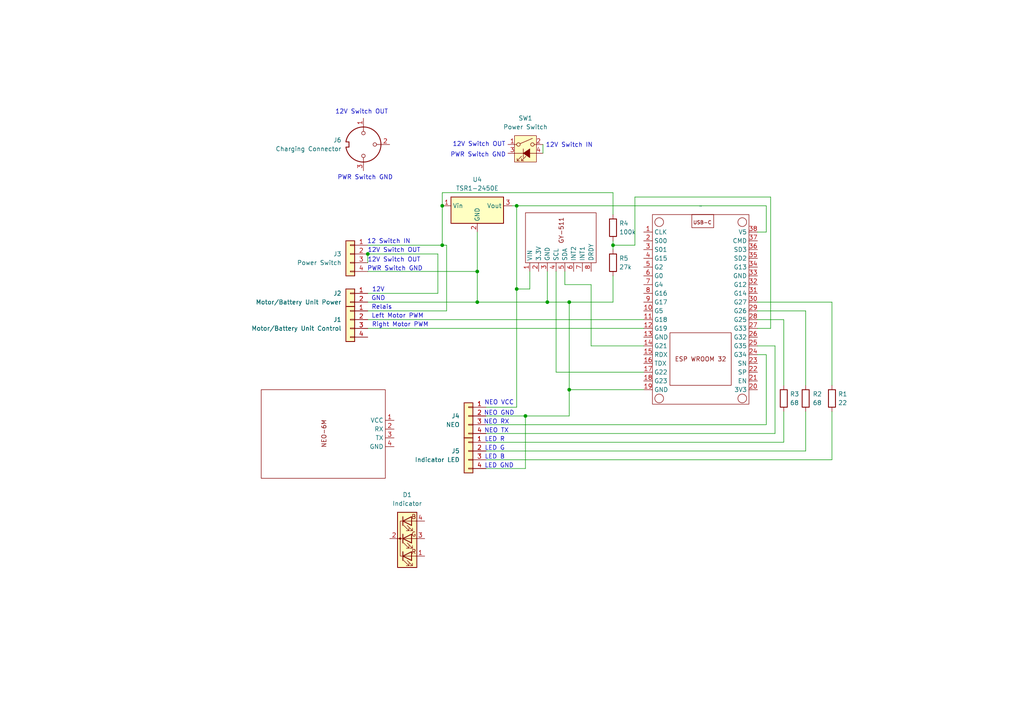
<source format=kicad_sch>
(kicad_sch (version 20250114) (generator "eeschema") (generator_version "9.0")
  (paper "A4")
  (lib_symbols
    (symbol "Connector:DIN-3" (pin_names (offset 1.016))
      (property "Reference" "J" (at 3.302 6.35 0))
      (property "Value" "DIN-3" (at 0 -6.35 0))
      (symbol "DIN-3_0_1"
        (polyline (pts (xy -3.81 0) (xy -5.08 0)))
        (circle (center -3.302 0) (radius 0.508))
        (polyline (pts (xy -0.762 -4.953) (xy -0.762 -4.191) (xy 0.762 -4.191) (xy 0.762 -4.953)) (stroke (width 0.254)))
        (arc (start 5.08 0) (mid 3.8673 -3.3444) (end 0.762 -5.08) (stroke (width 0.254)))
        (polyline (pts (xy 0 3.81) (xy 0 5.08)))
        (circle (center 0 3.302) (radius 0.508))
        (arc (start -5.08 0) (mid 0 5.0579) (end 5.08 0) (stroke (width 0.254)))
        (arc (start -0.762 -5.08) (mid -3.8597 -3.3379) (end -5.08 0) (stroke (width 0.254)))
        (circle (center 3.302 0) (radius 0.508))
        (polyline (pts (xy 5.08 0) (xy 3.81 0)))
      )
      (symbol "DIN-3_1_1"
        (pin passive line (at -7.62 0 0) (length 2.54) (name "~") (number "1"))
        (pin passive line (at 0 7.62 270) (length 2.54) (name "~") (number "2"))
        (pin passive line (at 7.62 0 180) (length 2.54) (name "~") (number "3"))
      )
    )
    (symbol "Connector_Generic:Conn_01x02" (pin_names (offset 1.016) (hide yes))
      (property "Reference" "J" (at 0 2.54 0))
      (property "Value" "Conn_01x02" (at 0 -5.08 0))
      (symbol "Conn_01x02_1_1"
        (rectangle (start -1.27 1.27) (end 1.27 -3.81) (stroke (width 0.254)) (fill (type background)))
        (rectangle (start -1.27 0.127) (end 0 -0.127) (stroke (width 0.1524)))
        (rectangle (start -1.27 -2.413) (end 0 -2.667) (stroke (width 0.1524)))
        (pin passive line (at -5.08 0 0) (length 3.81) (name "Pin_1") (number "1"))
        (pin passive line (at -5.08 -2.54 0) (length 3.81) (name "Pin_2") (number "2"))
      )
    )
    (symbol "Connector_Generic:Conn_01x04" (pin_names (offset 1.016) (hide yes))
      (property "Reference" "J" (at 0 5.08 0))
      (property "Value" "Conn_01x04" (at 0 -7.62 0))
      (symbol "Conn_01x04_1_1"
        (rectangle (start -1.27 3.81) (end 1.27 -6.35) (stroke (width 0.254)) (fill (type background)))
        (rectangle (start -1.27 2.667) (end 0 2.413) (stroke (width 0.1524)))
        (rectangle (start -1.27 0.127) (end 0 -0.127) (stroke (width 0.1524)))
        (rectangle (start -1.27 -2.413) (end 0 -2.667) (stroke (width 0.1524)))
        (rectangle (start -1.27 -4.953) (end 0 -5.207) (stroke (width 0.1524)))
        (pin passive line (at -5.08 2.54 0) (length 3.81) (name "Pin_1") (number "1"))
        (pin passive line (at -5.08 0 0) (length 3.81) (name "Pin_2") (number "2"))
        (pin passive line (at -5.08 -2.54 0) (length 3.81) (name "Pin_3") (number "3"))
        (pin passive line (at -5.08 -5.08 0) (length 3.81) (name "Pin_4") (number "4"))
      )
    )
    (symbol "Device:LED_RKGB" (pin_names (offset 0) (hide yes))
      (property "Reference" "D" (at 0 9.398 0))
      (property "Value" "LED_RKGB" (at 0 -8.89 0))
      (symbol "LED_RKGB_0_0"
        (text "R" (at 1.905 3.81 0) (effects (font (size 1.27 1.27))))
        (text "G" (at 1.905 -1.27 0) (effects (font (size 1.27 1.27))))
        (text "B" (at 1.905 -6.35 0) (effects (font (size 1.27 1.27))))
      )
      (symbol "LED_RKGB_0_1"
        (circle (center -2.032 0) (radius 0.254) (fill (type outline)))
        (polyline (pts (xy -1.27 6.35) (xy -1.27 3.81)) (stroke (width 0.254)))
        (polyline (pts (xy -1.27 6.35) (xy -1.27 3.81) (xy -1.27 3.81)))
        (polyline (pts (xy -1.27 5.08) (xy 1.27 5.08)))
        (polyline (pts (xy -1.27 5.08) (xy -2.032 5.08) (xy -2.032 -5.08) (xy -1.016 -5.08)))
        (polyline (pts (xy -1.27 1.27) (xy -1.27 -1.27)) (stroke (width 0.254)))
        (polyline (pts (xy -1.27 1.27) (xy -1.27 -1.27) (xy -1.27 -1.27)))
        (polyline (pts (xy -1.27 0) (xy -2.54 0)))
        (polyline (pts (xy -1.27 -3.81) (xy -1.27 -6.35)) (stroke (width 0.254)))
        (polyline (pts (xy -1.27 -5.08) (xy 1.27 -5.08)))
        (polyline (pts (xy -1.016 6.35) (xy 0.508 7.874) (xy -0.254 7.874) (xy 0.508 7.874) (xy 0.508 7.112)))
        (polyline (pts (xy -1.016 1.27) (xy 0.508 2.794) (xy -0.254 2.794) (xy 0.508 2.794) (xy 0.508 2.032)))
        (polyline (pts (xy -1.016 -3.81) (xy 0.508 -2.286) (xy -0.254 -2.286) (xy 0.508 -2.286) (xy 0.508 -3.048)))
        (polyline (pts (xy 0 6.35) (xy 1.524 7.874) (xy 0.762 7.874) (xy 1.524 7.874) (xy 1.524 7.112)))
        (polyline (pts (xy 0 1.27) (xy 1.524 2.794) (xy 0.762 2.794) (xy 1.524 2.794) (xy 1.524 2.032)))
        (polyline (pts (xy 0 -3.81) (xy 1.524 -2.286) (xy 0.762 -2.286) (xy 1.524 -2.286) (xy 1.524 -3.048)))
        (polyline (pts (xy 1.27 6.35) (xy 1.27 3.81) (xy -1.27 5.08) (xy 1.27 6.35)) (stroke (width 0.254)))
        (rectangle (start 1.27 6.35) (end 1.27 6.35))
        (polyline (pts (xy 1.27 5.08) (xy 2.54 5.08)))
        (rectangle (start 1.27 3.81) (end 1.27 6.35))
        (polyline (pts (xy 1.27 1.27) (xy 1.27 -1.27) (xy -1.27 0) (xy 1.27 1.27)) (stroke (width 0.254)))
        (rectangle (start 1.27 1.27) (end 1.27 1.27))
        (polyline (pts (xy 1.27 0) (xy -1.27 0)))
        (polyline (pts (xy 1.27 0) (xy 2.54 0)))
        (rectangle (start 1.27 -1.27) (end 1.27 1.27))
        (polyline (pts (xy 1.27 -3.81) (xy 1.27 -6.35) (xy -1.27 -5.08) (xy 1.27 -3.81)) (stroke (width 0.254)))
        (polyline (pts (xy 1.27 -5.08) (xy 2.54 -5.08)))
        (rectangle (start 2.794 8.382) (end -2.794 -7.62) (stroke (width 0.254)) (fill (type background)))
      )
      (symbol "LED_RKGB_1_1"
        (pin passive line (at -5.08 0 0) (length 2.54) (name "K") (number "2"))
        (pin passive line (at 5.08 5.08 180) (length 2.54) (name "RA") (number "1"))
        (pin passive line (at 5.08 0 180) (length 2.54) (name "GA") (number "3"))
        (pin passive line (at 5.08 -5.08 180) (length 2.54) (name "BA") (number "4"))
      )
    )
    (symbol "Device:R" (pin_numbers (hide yes)) (pin_names (offset 0))
      (property "Reference" "R" (at 2.032 0 90))
      (property "Value" "R" (at 0 0 90))
      (symbol "R_0_1"
        (rectangle (start -1.016 -2.54) (end 1.016 2.54) (stroke (width 0.254)))
      )
      (symbol "R_1_1"
        (pin passive line (at 0 3.81 270) (length 1.27) (name "~") (number "1"))
        (pin passive line (at 0 -3.81 90) (length 1.27) (name "~") (number "2"))
      )
    )
    (symbol "My Symbols:GY-511"
      (symbol "GY-511_0_0"
        (pin unspecified line (at 0 17.78 180) (length 2.54) (name "DRDY") (number "8"))
        (pin unspecified line (at 0 15.24 180) (length 2.54) (name "INT1") (number "7"))
        (pin unspecified line (at 0 12.7 180) (length 2.54) (name "INT2") (number "6"))
        (pin unspecified line (at 0 10.16 180) (length 2.54) (name "SDA") (number "5"))
        (pin unspecified line (at 0 7.62 180) (length 2.54) (name "SCL") (number "4"))
        (pin unspecified line (at 0 5.08 180) (length 2.54) (name "GND") (number "3"))
        (pin unspecified line (at 0 2.54 180) (length 2.54) (name "3.3V") (number "2"))
        (pin unspecified line (at 0 0 180) (length 2.54) (name "VIN") (number "1"))
      )
      (symbol "GY-511_0_1"
        (rectangle (start -17.0287 19.244) (end -2.5287 -1.256))
      )
      (symbol "GY-511_1_1"
        (text "GY-511" (at -11.938 9.144 0) (effects (font (size 1.27 1.27))))
      )
    )
    (symbol "My Symbols:NEO-6M"
      (symbol "NEO-6M_0_0"
        (pin unspecified line (at 0 0 270) (length 2.54) (name "VCC") (number "1"))
        (pin unspecified line (at 2.54 0 270) (length 2.54) (name "RX") (number "2"))
        (pin unspecified line (at 5.08 0 270) (length 2.54) (name "TX") (number "3"))
        (pin unspecified line (at 7.62 0 270) (length 2.54) (name "GND") (number "4"))
      )
      (symbol "NEO-6M_0_1"
        (rectangle (start -8.89 -2.54) (end 16.81 -38.54))
      )
      (symbol "NEO-6M_1_1"
        (text "NEO-6M" (at 3.81 -20.32 0) (effects (font (size 1.27 1.27))))
      )
    )
    (symbol "New_Library:ESP_WROOM_32_Module"
      (symbol "ESP_WROOM_32_Module_0_0"
        (pin unspecified line (at 0 45.72 0) (length 2.54) (name "CLK") (number "1"))
        (pin unspecified line (at 0 43.18 0) (length 2.54) (name "S00") (number "2"))
        (pin unspecified line (at 0 40.64 0) (length 2.54) (name "S01") (number "3"))
        (pin unspecified line (at 0 38.1 0) (length 2.54) (name "G15") (number "4"))
        (pin unspecified line (at 0 35.56 0) (length 2.54) (name "G2") (number "5"))
        (pin unspecified line (at 0 33.02 0) (length 2.54) (name "G0") (number "6"))
        (pin unspecified line (at 0 30.48 0) (length 2.54) (name "G4") (number "7"))
        (pin unspecified line (at 0 27.94 0) (length 2.54) (name "G16") (number "8"))
        (pin unspecified line (at 0 25.4 0) (length 2.54) (name "G17") (number "9"))
        (pin unspecified line (at 0 22.86 0) (length 2.54) (name "G5") (number "10"))
        (pin unspecified line (at 0 20.32 0) (length 2.54) (name "G18") (number "11"))
        (pin unspecified line (at 0 17.78 0) (length 2.54) (name "G19") (number "12"))
        (pin passive line (at 0 15.24 0) (length 2.54) (name "GND") (number "13"))
        (pin unspecified line (at 0 12.7 0) (length 2.54) (name "G21") (number "14"))
        (pin unspecified line (at 0 10.16 0) (length 2.54) (name "RDX") (number "15"))
        (pin unspecified line (at 0 7.62 0) (length 2.54) (name "TDX") (number "16"))
        (pin unspecified line (at 0 5.08 0) (length 2.54) (name "G22") (number "17"))
        (pin unspecified line (at 0 2.54 0) (length 2.54) (name "G23") (number "18"))
        (pin passive line (at 0 0 0) (length 2.54) (name "GND") (number "19"))
        (pin power_in line (at 33.02 45.72 180) (length 2.54) (name "V5") (number "38"))
        (pin unspecified line (at 33.02 43.18 180) (length 2.54) (name "CMD") (number "37"))
        (pin unspecified line (at 33.02 40.64 180) (length 2.54) (name "SD3") (number "36"))
        (pin unspecified line (at 33.02 38.1 180) (length 2.54) (name "SD2") (number "35"))
        (pin unspecified line (at 33.02 35.56 180) (length 2.54) (name "G13") (number "34"))
        (pin passive line (at 33.02 33.02 180) (length 2.54) (name "GND") (number "33"))
        (pin unspecified line (at 33.02 30.48 180) (length 2.54) (name "G12") (number "32"))
        (pin unspecified line (at 33.02 27.94 180) (length 2.54) (name "G14") (number "31"))
        (pin unspecified line (at 33.02 25.4 180) (length 2.54) (name "G27") (number "30"))
        (pin unspecified line (at 33.02 22.86 180) (length 2.54) (name "G26") (number "29"))
        (pin unspecified line (at 33.02 20.32 180) (length 2.54) (name "G25") (number "28"))
        (pin unspecified line (at 33.02 17.78 180) (length 2.54) (name "G33") (number "27"))
        (pin unspecified line (at 33.02 15.24 180) (length 2.54) (name "G32") (number "26"))
        (pin unspecified line (at 33.02 12.7 180) (length 2.54) (name "G35") (number "25"))
        (pin unspecified line (at 33.02 10.16 180) (length 2.54) (name "G34") (number "24"))
        (pin unspecified line (at 33.02 7.62 180) (length 2.54) (name "SN") (number "23"))
        (pin unspecified line (at 33.02 5.08 180) (length 2.54) (name "SP") (number "22"))
        (pin unspecified line (at 33.02 2.54 180) (length 2.54) (name "EN") (number "21"))
        (pin power_in line (at 33.02 0 180) (length 2.54) (name "3V3") (number "20"))
      )
      (symbol "ESP_WROOM_32_Module_0_1"
        (rectangle (start 2.54 50.8) (end 30.54 -4.2))
        (circle (center 4.5 48.6) (radius 1.27))
        (circle (center 4.5 -2.54) (radius 1.27))
        (rectangle (start 7.62 16.51) (end 25.4 1.27))
        (rectangle (start 13.97 50.8) (end 20.32 46.99))
        (circle (center 28.6 48.6) (radius 1.27))
        (circle (center 28.6 -2.54) (radius 1.27))
      )
      (symbol "ESP_WROOM_32_Module_1_1"
        (text "ESP WROOM 32" (at 16.51 8.89 0) (effects (font (size 1.27 1.27))))
        (text "USB-C" (at 17.018 48.514 0) (effects (font (size 1 1))))
      )
    )
    (symbol "Regulator_Switching:TSR1-2450E"
      (property "Reference" "U" (at -7.62 6.35 0))
      (property "Value" "TSR1-2450E" (at -3.81 6.35 0))
      (symbol "TSR1-2450E_0_1"
        (rectangle (start -7.62 5.08) (end 7.62 -2.54) (stroke (width 0.254)) (fill (type background)))
      )
      (symbol "TSR1-2450E_1_1"
        (pin power_in line (at -10.16 2.54 0) (length 2.54) (name "Vin") (number "1"))
        (pin power_in line (at 0 -5.08 90) (length 2.54) (name "GND") (number "2"))
        (pin power_out line (at 10.16 2.54 180) (length 2.54) (name "Vout") (number "3"))
      )
    )
    (symbol "Switch:SW_SPST_LED" (pin_names (offset 1.016) (hide yes))
      (property "Reference" "SW" (at 0 6.35 0))
      (property "Value" "SW_SPST_LED" (at 0 -3.81 0))
      (symbol "SW_SPST_LED_0_0"
        (polyline (pts (xy -2.54 0) (xy 2.54 0)))
        (polyline (pts (xy -2.413 -1.524) (xy -2.413 -2.159) (xy -1.778 -2.159)))
        (polyline (pts (xy -2.413 -2.159) (xy -1.143 -0.889)))
        (polyline (pts (xy -1.143 -1.524) (xy -1.143 -2.159) (xy -0.508 -2.159)))
        (polyline (pts (xy -1.143 -2.159) (xy 0.127 -0.889)))
        (polyline (pts (xy -0.635 1.27) (xy -0.635 -1.27)))
        (polyline (pts (xy -0.635 0) (xy 1.27 1.27) (xy 1.27 -1.27) (xy -0.635 0)) (fill (type outline)))
      )
      (symbol "SW_SPST_LED_0_1"
        (circle (center -2.032 2.54) (radius 0.508))
        (polyline (pts (xy -1.524 2.794) (xy 2.032 4.318)))
        (circle (center 2.032 2.54) (radius 0.508))
        (pin passive line (at -5.08 2.54 0) (length 2.54) (name "1") (number "1"))
        (pin passive line (at -5.08 0 0) (length 2.54) (name "K") (number "3"))
        (pin passive line (at 5.08 2.54 180) (length 2.54) (name "2") (number "2"))
        (pin passive line (at 5.08 0 180) (length 2.54) (name "A") (number "4"))
      )
      (symbol "SW_SPST_LED_1_1"
        (rectangle (start -3.175 5.08) (end 3.175 -2.54) (fill (type background)))
      )
    )
  )
  (text "NEO TX" (at 144.018 124.968 0) (effects (font (size 1.27 1.27))))
  (text "PWR Switch GND" (at 105.918 51.562 0) (effects (font (size 1.27 1.27))))
  (text "GND" (at 109.728 86.614 0) (effects (font (size 1.27 1.27))))
  (text "PWR Switch GND" (at 138.684 44.958 0) (effects (font (size 1.27 1.27))))
  (text "Relais" (at 110.744 89.154 0) (effects (font (size 1.27 1.27))))
  (text "Right Motor PWM" (at 116.078 94.234 0) (effects (font (size 1.27 1.27))))
  (text "12V Switch OUT" (at 138.938 41.91 0) (effects (font (size 1.27 1.27))))
  (text "12V Switch OUT" (at 114.3 75.438 0) (effects (font (size 1.27 1.27))))
  (text "12V Switch OUT" (at 114.3 72.644 0) (effects (font (size 1.27 1.27))))
  (text "NEO VCC" (at 144.78 116.84 0) (effects (font (size 1.27 1.27))))
  (text "NEO RX" (at 144.018 122.428 0) (effects (font (size 1.27 1.27))))
  (text "PWR Switch GND" (at 114.554 77.978 0) (effects (font (size 1.27 1.27))))
  (text "LED G" (at 143.51 130.048 0) (effects (font (size 1.27 1.27))))
  (text "Left Motor PWM" (at 115.316 91.694 0) (effects (font (size 1.27 1.27))))
  (text "12V Switch OUT" (at 104.902 32.512 0) (effects (font (size 1.27 1.27))))
  (text "12V Switch IN" (at 165.1 42.164 0) (effects (font (size 1.27 1.27))))
  (text "LED B" (at 143.51 132.588 0) (effects (font (size 1.27 1.27))))
  (text "12V" (at 109.728 84.074 0) (effects (font (size 1.27 1.27))))
  (text "LED GND" (at 144.78 135.128 0) (effects (font (size 1.27 1.27))))
  (text "12 Switch IN" (at 112.776 70.104 0) (effects (font (size 1.27 1.27))))
  (text "LED R" (at 143.51 127.508 0) (effects (font (size 1.27 1.27))))
  (text "NEO GND" (at 144.78 119.888 0) (effects (font (size 1.27 1.27))))
  (junction (at 149.86 83.82))
  (junction (at 149.86 59.69))
  (junction (at 165.1 87.63))
  (junction (at 165.1 113.03))
  (junction (at 138.43 78.74))
  (junction (at 152.4 120.65))
  (junction (at 177.8 71.12))
  (junction (at 158.75 87.63))
  (junction (at 106.68 73.66))
  (junction (at 128.27 71.12))
  (junction (at 128.27 59.69))
  (junction (at 138.43 87.63))
  (wire (pts (xy 138.43 78.74) (xy 138.43 87.63)))
  (wire (pts (xy 106.68 90.17) (xy 129.54 90.17)))
  (wire (pts (xy 227.33 128.27) (xy 140.97 128.27)))
  (wire (pts (xy 227.33 119.38) (xy 227.33 128.27)))
  (wire (pts (xy 158.75 78.74) (xy 158.75 87.63)))
  (wire (pts (xy 161.29 107.95) (xy 186.69 107.95)))
  (wire (pts (xy 233.68 90.17) (xy 233.68 111.76)))
  (wire (pts (xy 153.67 78.74) (xy 153.67 83.82)))
  (wire (pts (xy 127 85.09) (xy 106.68 85.09)))
  (wire (pts (xy 177.8 71.12) (xy 177.8 72.39)))
  (wire (pts (xy 184.15 71.12) (xy 177.8 71.12)))
  (wire (pts (xy 241.3 133.35) (xy 140.97 133.35)))
  (wire (pts (xy 219.71 87.63) (xy 241.3 87.63)))
  (wire (pts (xy 152.4 120.65) (xy 165.1 120.65)))
  (wire (pts (xy 158.75 87.63) (xy 165.1 87.63)))
  (wire (pts (xy 148.59 59.69) (xy 149.86 59.69)))
  (wire (pts (xy 171.45 100.33) (xy 186.69 100.33)))
  (wire (pts (xy 184.15 57.15) (xy 223.52 57.15)))
  (wire (pts (xy 138.43 67.31) (xy 138.43 78.74)))
  (wire (pts (xy 106.68 87.63) (xy 138.43 87.63)))
  (wire (pts (xy 106.68 92.71) (xy 186.69 92.71)))
  (wire (pts (xy 149.86 83.82) (xy 149.86 118.11)))
  (wire (pts (xy 128.27 59.69) (xy 128.27 71.12)))
  (wire (pts (xy 165.1 113.03) (xy 165.1 120.65)))
  (wire (pts (xy 140.97 125.73) (xy 224.79 125.73)))
  (wire (pts (xy 165.1 113.03) (xy 186.69 113.03)))
  (wire (pts (xy 128.27 55.88) (xy 128.27 59.69)))
  (wire (pts (xy 171.45 82.55) (xy 171.45 100.33)))
  (wire (pts (xy 157.48 41.91) (xy 157.48 44.45)))
  (wire (pts (xy 177.8 69.85) (xy 177.8 71.12)))
  (wire (pts (xy 222.25 59.69) (xy 222.25 67.31)))
  (wire (pts (xy 163.83 78.74) (xy 163.83 82.55)))
  (wire (pts (xy 161.29 78.74) (xy 161.29 107.95)))
  (wire (pts (xy 140.97 120.65) (xy 152.4 120.65)))
  (wire (pts (xy 127 85.09) (xy 127 73.66)))
  (wire (pts (xy 128.27 71.12) (xy 129.54 71.12)))
  (wire (pts (xy 129.54 71.12) (xy 129.54 90.17)))
  (wire (pts (xy 106.68 73.66) (xy 106.68 76.2)))
  (wire (pts (xy 149.86 59.69) (xy 222.25 59.69)))
  (wire (pts (xy 127 73.66) (xy 106.68 73.66)))
  (wire (pts (xy 219.71 90.17) (xy 233.68 90.17)))
  (wire (pts (xy 140.97 118.11) (xy 149.86 118.11)))
  (wire (pts (xy 184.15 71.12) (xy 184.15 57.15)))
  (wire (pts (xy 106.68 71.12) (xy 128.27 71.12)))
  (wire (pts (xy 153.67 83.82) (xy 149.86 83.82)))
  (wire (pts (xy 219.71 102.87) (xy 222.25 102.87)))
  (wire (pts (xy 140.97 135.89) (xy 152.4 135.89)))
  (wire (pts (xy 177.8 80.01) (xy 177.8 87.63)))
  (wire (pts (xy 140.97 123.19) (xy 222.25 123.19)))
  (wire (pts (xy 219.71 95.25) (xy 223.52 95.25)))
  (wire (pts (xy 138.43 87.63) (xy 158.75 87.63)))
  (wire (pts (xy 106.68 95.25) (xy 186.69 95.25)))
  (wire (pts (xy 227.33 92.71) (xy 227.33 111.76)))
  (wire (pts (xy 222.25 123.19) (xy 222.25 102.87)))
  (wire (pts (xy 219.71 100.33) (xy 224.79 100.33)))
  (wire (pts (xy 223.52 57.15) (xy 223.52 95.25)))
  (wire (pts (xy 163.83 82.55) (xy 171.45 82.55)))
  (wire (pts (xy 233.68 119.38) (xy 233.68 130.81)))
  (wire (pts (xy 222.25 67.31) (xy 219.71 67.31)))
  (wire (pts (xy 219.71 92.71) (xy 227.33 92.71)))
  (wire (pts (xy 241.3 87.63) (xy 241.3 111.76)))
  (wire (pts (xy 106.68 78.74) (xy 138.43 78.74)))
  (wire (pts (xy 152.4 120.65) (xy 152.4 135.89)))
  (wire (pts (xy 149.86 59.69) (xy 149.86 83.82)))
  (wire (pts (xy 241.3 119.38) (xy 241.3 133.35)))
  (wire (pts (xy 177.8 62.23) (xy 177.8 55.88)))
  (wire (pts (xy 224.79 125.73) (xy 224.79 100.33)))
  (wire (pts (xy 165.1 87.63) (xy 165.1 113.03)))
  (wire (pts (xy 177.8 87.63) (xy 165.1 87.63)))
  (wire (pts (xy 233.68 130.81) (xy 140.97 130.81)))
  (wire (pts (xy 177.8 55.88) (xy 128.27 55.88)))
  (symbol (lib_id "New_Library:ESP_WROOM_32_Module") (at 186.69 113.03 0) (unit 1)
    (property "Reference" "U1" (effects (hide yes)))
    (property "Value" "~" (at 203.23 59.69 0))
    (property "Footprint" "My Symbols Footprints:ESP WROOM 32" (effects (hide yes)))
  )
  (symbol (lib_id "Connector:DIN-3") (at 105.41 41.91 270) (unit 1) (on_board no)
    (property "Reference" "J6" (at 99.06 40.6399 90) (effects (justify right)))
    (property "Value" "Charging Connector" (at 99.06 43.1799 90) (effects (justify right)))
    (property "Datasheet" "http://www.mouser.com/ds/2/18/40_c091_abd_e-75918.pdf" (effects (hide yes)))
    (property "Description" "3-pin DIN connector" (effects (hide yes)))
  )
  (symbol (lib_id "My Symbols:GY-511") (at 153.67 78.74 270) (unit 1)
    (property "Reference" "U2" (effects (hide yes)))
    (property "Footprint" "My Symbols Footprints:GY-511" (effects (hide yes)))
  )
  (symbol (lib_id "Switch:SW_SPST_LED") (at 152.4 44.45 0) (unit 1) (on_board no)
    (property "Reference" "SW1" (at 152.4 34.29 0))
    (property "Value" "Power Switch" (at 152.4 36.83 0))
    (property "Description" "Single Pole Single Throw (SPST) switch with LED, generic" (effects (hide yes)))
  )
  (symbol (lib_id "Connector_Generic:Conn_01x04") (at 101.6 73.66 0) (mirror y) (unit 1)
    (property "Reference" "J3" (at 99.06 73.6599 0) (effects (justify left)))
    (property "Value" "Power Switch" (at 99.06 76.1999 0) (effects (justify left)))
    (property "Footprint" "Connector_Phoenix_MSTB:PhoenixContact_MSTBA_2,5_4-G-5,08_1x04_P5.08mm_Horizontal" (effects (hide yes)))
    (property "Description" "Generic connector, single row, 01x04, script generated (kicad-library-utils/schlib/autogen/connector/)" (effects (hide yes)))
  )
  (symbol (lib_id "Connector_Generic:Conn_01x04") (at 101.6 92.71 0) (mirror y) (unit 1)
    (property "Reference" "J1" (at 99.06 92.7099 0) (effects (justify left)))
    (property "Value" "Motor/Battery Unit Control" (at 99.06 95.2499 0) (effects (justify left)))
    (property "Footprint" "Connector_Phoenix_MSTB:PhoenixContact_MSTBA_2,5_4-G-5,08_1x04_P5.08mm_Horizontal" (effects (hide yes)))
    (property "Description" "Generic connector, single row, 01x04, script generated (kicad-library-utils/schlib/autogen/connector/)" (effects (hide yes)))
  )
  (symbol (lib_id "Device:R") (at 233.68 115.57 0) (unit 1)
    (property "Reference" "R2" (at 235.712 114.3 0) (effects (justify left)))
    (property "Value" "68" (at 235.712 116.84 0) (effects (justify left)))
    (property "Footprint" "My Symbols Footprints:Resistor upright" (effects (hide yes)))
    (property "Description" "Resistor" (effects (hide yes)))
  )
  (symbol (lib_id "My Symbols:NEO-6M") (at 114.3 121.92 270) (unit 1) (on_board no)
    (property "Reference" "U3" (effects (hide yes)))
  )
  (symbol (lib_id "Device:R") (at 241.3 115.57 0) (unit 1)
    (property "Reference" "R1" (at 243.078 114.3 0) (effects (justify left)))
    (property "Value" "22" (at 243.078 116.84 0) (effects (justify left)))
    (property "Footprint" "My Symbols Footprints:Resistor upright" (effects (hide yes)))
    (property "Description" "Resistor" (effects (hide yes)))
  )
  (symbol (lib_id "Regulator_Switching:TSR1-2450E") (at 138.43 62.23 0) (unit 1)
    (property "Reference" "U4" (at 138.43 52.07 0))
    (property "Value" "TSR1-2450E" (at 138.43 54.61 0))
    (property "Footprint" "Converter_DCDC:Converter_DCDC_TRACO_TSR1-xxxxE_THT" (effects (hide yes)))
    (property "Datasheet" "https://www.tracopower.com/products/tsr1e.pdf" (effects (hide yes)))
    (property "Description" "1A step-down regulator, fixed 5V output voltage, 7-36V input voltage, TO-220 compatible LM78xx replacement" (effects (hide yes)))
  )
  (symbol (lib_id "Device:R") (at 177.8 66.04 0) (unit 1)
    (property "Reference" "R4" (at 179.578 64.77 0) (effects (justify left)))
    (property "Value" "100k" (at 179.578 67.31 0) (effects (justify left)))
    (property "Footprint" "My Symbols Footprints:Resistor upright" (effects (hide yes)))
    (property "Description" "Resistor" (effects (hide yes)))
  )
  (symbol (lib_id "Device:R") (at 177.8 76.2 0) (unit 1)
    (property "Reference" "R5" (at 179.578 74.93 0) (effects (justify left)))
    (property "Value" "27k" (at 179.578 77.47 0) (effects (justify left)))
    (property "Footprint" "My Symbols Footprints:Resistor upright" (effects (hide yes)))
    (property "Description" "Resistor" (effects (hide yes)))
  )
  (symbol (lib_id "Connector_Generic:Conn_01x04") (at 135.89 120.65 0) (mirror y) (unit 1)
    (property "Reference" "J4" (at 133.35 120.6499 0) (effects (justify left)))
    (property "Value" "NEO" (at 133.35 123.1899 0) (effects (justify left)))
    (property "Footprint" "Connector_Phoenix_MSTB:PhoenixContact_MSTBA_2,5_4-G-5,08_1x04_P5.08mm_Horizontal" (effects (hide yes)))
    (property "Description" "Generic connector, single row, 01x04, script generated (kicad-library-utils/schlib/autogen/connector/)" (effects (hide yes)))
  )
  (symbol (lib_id "Connector_Generic:Conn_01x04") (at 135.89 130.81 0) (mirror y) (unit 1)
    (property "Reference" "J5" (at 133.35 130.8099 0) (effects (justify left)))
    (property "Value" "Indicator LED" (at 133.35 133.3499 0) (effects (justify left)))
    (property "Footprint" "Connector_Phoenix_MSTB:PhoenixContact_MSTBA_2,5_4-G-5,08_1x04_P5.08mm_Horizontal" (effects (hide yes)))
    (property "Description" "Generic connector, single row, 01x04, script generated (kicad-library-utils/schlib/autogen/connector/)" (effects (hide yes)))
  )
  (symbol (lib_id "Device:R") (at 227.33 115.57 0) (unit 1)
    (property "Reference" "R3" (at 229.108 114.3 0) (effects (justify left)))
    (property "Value" "68" (at 229.108 116.84 0) (effects (justify left)))
    (property "Footprint" "My Symbols Footprints:Resistor upright" (effects (hide yes)))
    (property "Description" "Resistor" (effects (hide yes)))
  )
  (symbol (lib_id "Device:LED_RKGB") (at 118.11 156.21 0) (mirror x) (unit 1) (on_board no)
    (property "Reference" "D1" (at 118.11 143.51 0))
    (property "Value" "Indicator" (at 118.11 146.05 0))
    (property "Description" "RGB LED, red/cathode/green/blue" (effects (hide yes)))
  )
  (symbol (lib_id "Connector_Generic:Conn_01x02") (at 101.6 85.09 0) (mirror y) (unit 1)
    (property "Reference" "J2" (at 99.06 85.0899 0) (effects (justify left)))
    (property "Value" "Motor/Battery Unit Power" (at 99.06 87.6299 0) (effects (justify left)))
    (property "Footprint" "Connector_Phoenix_MSTB:PhoenixContact_MSTBA_2,5_2-G-5,08_1x02_P5.08mm_Horizontal" (effects (hide yes)))
    (property "Description" "Generic connector, single row, 01x02, script generated (kicad-library-utils/schlib/autogen/connector/)" (effects (hide yes)))
  )
)
</source>
